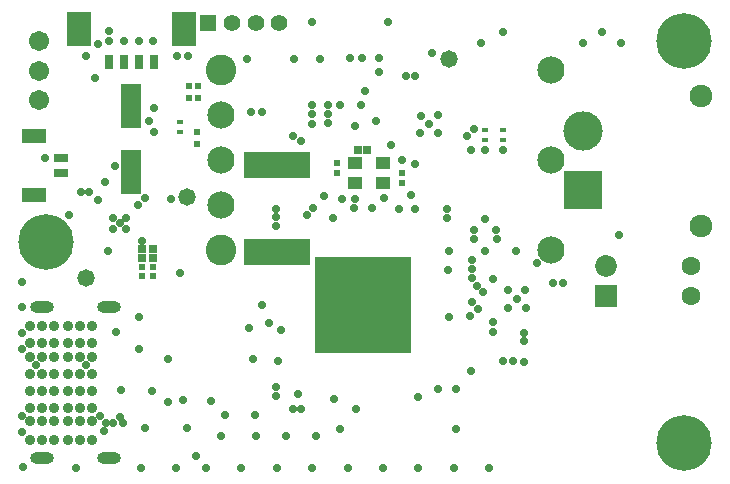
<source format=gbs>
G04*
G04 #@! TF.GenerationSoftware,Altium Limited,Altium Designer,24.1.2 (44)*
G04*
G04 Layer_Color=16711935*
%FSLAX44Y44*%
%MOMM*%
G71*
G04*
G04 #@! TF.SameCoordinates,564CEF90-820D-4554-998B-2DB19DA9D660*
G04*
G04*
G04 #@! TF.FilePolarity,Negative*
G04*
G01*
G75*
%ADD29R,0.5000X0.4000*%
%ADD33R,0.5200X0.5200*%
%ADD34R,0.5200X0.5200*%
%ADD44R,5.6000X2.3000*%
%ADD66R,0.5725X0.6153*%
%ADD75R,0.7032X0.7532*%
%ADD89R,0.6532X0.6532*%
%ADD90O,2.0032X1.0032*%
%ADD91C,0.9032*%
%ADD92R,1.3900X1.3900*%
%ADD93C,1.3900*%
%ADD94C,2.3032*%
%ADD95C,2.6032*%
%ADD96R,8.2032X8.2032*%
%ADD97C,1.7032*%
%ADD98R,1.8500X1.8500*%
%ADD99C,1.8500*%
%ADD100C,1.6000*%
%ADD101C,4.7032*%
%ADD102R,3.3270X3.3270*%
%ADD103C,3.3270*%
%ADD104C,1.9270*%
%ADD105C,0.7032*%
%ADD106C,1.4732*%
%ADD107C,0.5000*%
%ADD130R,2.1000X3.0000*%
%ADD131R,0.8000X1.3000*%
%ADD132R,1.3000X1.0500*%
%ADD133R,2.1500X1.3000*%
%ADD134R,1.2000X0.8000*%
%ADD135R,0.6000X0.5000*%
%ADD138R,1.8032X3.7032*%
D29*
X416000Y294750D02*
D03*
Y286750D02*
D03*
X431750Y294750D02*
D03*
Y286750D02*
D03*
X158250Y301500D02*
D03*
Y293500D02*
D03*
D33*
X173549Y331885D02*
D03*
X165549D02*
D03*
X173762Y322005D02*
D03*
X165762D02*
D03*
D34*
X126000Y179000D02*
D03*
Y171000D02*
D03*
X135000Y179000D02*
D03*
Y171000D02*
D03*
D44*
X240500Y191250D02*
D03*
Y265250D02*
D03*
D66*
X291500Y258714D02*
D03*
Y267286D02*
D03*
X346000Y258286D02*
D03*
Y249714D02*
D03*
D75*
X126000Y186500D02*
D03*
Y194000D02*
D03*
X135000Y186500D02*
D03*
Y194000D02*
D03*
D89*
X316500Y278250D02*
D03*
X308500D02*
D03*
D90*
X41250Y17000D02*
D03*
X98250D02*
D03*
X41250Y145000D02*
D03*
X98250D02*
D03*
D91*
X31250Y32750D02*
D03*
Y48250D02*
D03*
Y59250D02*
D03*
Y129250D02*
D03*
Y114750D02*
D03*
Y102750D02*
D03*
Y73750D02*
D03*
Y88250D02*
D03*
X41250Y32750D02*
D03*
Y48250D02*
D03*
Y59250D02*
D03*
Y129250D02*
D03*
Y114750D02*
D03*
Y102750D02*
D03*
Y73750D02*
D03*
Y88250D02*
D03*
X51250Y32750D02*
D03*
Y48250D02*
D03*
Y59250D02*
D03*
Y129250D02*
D03*
Y114750D02*
D03*
Y102750D02*
D03*
Y73750D02*
D03*
Y88250D02*
D03*
X63250Y32750D02*
D03*
Y48250D02*
D03*
Y59250D02*
D03*
Y129250D02*
D03*
Y114750D02*
D03*
Y102750D02*
D03*
Y73750D02*
D03*
Y88250D02*
D03*
X73250Y32750D02*
D03*
Y48250D02*
D03*
Y59250D02*
D03*
Y129250D02*
D03*
Y114750D02*
D03*
Y102750D02*
D03*
Y73750D02*
D03*
Y88250D02*
D03*
X83250Y32750D02*
D03*
Y48250D02*
D03*
Y59250D02*
D03*
Y129250D02*
D03*
Y114750D02*
D03*
Y102750D02*
D03*
Y73750D02*
D03*
Y88250D02*
D03*
D92*
X182276Y385616D02*
D03*
D93*
X202276D02*
D03*
X222276D02*
D03*
X242276D02*
D03*
D94*
X472700Y345440D02*
D03*
Y269240D02*
D03*
Y193040D02*
D03*
X193300Y269240D02*
D03*
Y307340D02*
D03*
Y231140D02*
D03*
D95*
Y193040D02*
D03*
Y345440D02*
D03*
D96*
X313000Y147000D02*
D03*
D97*
X39000Y345250D02*
D03*
Y370250D02*
D03*
Y320250D02*
D03*
D98*
X518700Y154750D02*
D03*
D99*
Y179750D02*
D03*
D100*
X590500D02*
D03*
Y154750D02*
D03*
D101*
X584500Y370000D02*
D03*
X44500Y200000D02*
D03*
X584500Y30000D02*
D03*
D102*
X499250Y244000D02*
D03*
D103*
Y294000D02*
D03*
D104*
X599250Y324000D02*
D03*
Y214000D02*
D03*
D105*
X215284Y355134D02*
D03*
X254732Y354893D02*
D03*
X295431Y236273D02*
D03*
X280162Y239278D02*
D03*
X239736Y228221D02*
D03*
X305986Y236695D02*
D03*
X94707Y250803D02*
D03*
X88625Y236000D02*
D03*
X103237Y264513D02*
D03*
X270000Y386500D02*
D03*
X227388Y310467D02*
D03*
X24241Y165932D02*
D03*
X24009Y144945D02*
D03*
X24400Y123155D02*
D03*
X24405Y109579D02*
D03*
X78253Y95833D02*
D03*
X36207Y96059D02*
D03*
X24411Y52578D02*
D03*
Y39041D02*
D03*
X221622Y53638D02*
D03*
X195854Y53378D02*
D03*
X184142Y65090D02*
D03*
X148353Y64830D02*
D03*
X134168Y73680D02*
D03*
X107880Y74461D02*
D03*
X273678Y35809D02*
D03*
X247910D02*
D03*
X222142Y35939D02*
D03*
X192991D02*
D03*
X163840Y42706D02*
D03*
X128134Y42975D02*
D03*
X420000Y8500D02*
D03*
X390000D02*
D03*
X360000D02*
D03*
X330000D02*
D03*
X300000D02*
D03*
X270000D02*
D03*
X240000D02*
D03*
X210000D02*
D03*
X180000D02*
D03*
X155000D02*
D03*
X125000D02*
D03*
X70000D02*
D03*
X25500Y10000D02*
D03*
X321031Y228686D02*
D03*
X323860Y302612D02*
D03*
X311138Y315921D02*
D03*
X293949D02*
D03*
X305995Y298191D02*
D03*
X337025Y282544D02*
D03*
X345989Y269239D02*
D03*
X334270Y386801D02*
D03*
X164821Y357250D02*
D03*
X155390D02*
D03*
X98200Y379082D02*
D03*
X88424Y367637D02*
D03*
X515250Y378000D02*
D03*
X412750Y368750D02*
D03*
X431750Y377750D02*
D03*
X74500Y242750D02*
D03*
X218000Y310500D02*
D03*
X241250Y99750D02*
D03*
X258250Y71250D02*
D03*
X270000Y316250D02*
D03*
Y308750D02*
D03*
Y300250D02*
D03*
X283750Y316000D02*
D03*
Y300500D02*
D03*
Y308750D02*
D03*
X277000Y355250D02*
D03*
X353500Y240000D02*
D03*
X243500Y125500D02*
D03*
X392000Y41750D02*
D03*
X293750D02*
D03*
X307250Y59000D02*
D03*
X391500Y75750D02*
D03*
X376250D02*
D03*
X405250Y184750D02*
D03*
Y177000D02*
D03*
Y169750D02*
D03*
X404000Y137750D02*
D03*
X440250Y99750D02*
D03*
X431250D02*
D03*
X95173Y46828D02*
D03*
X302500Y355500D02*
D03*
X253626Y58479D02*
D03*
X260250Y58500D02*
D03*
X239349Y69337D02*
D03*
X239245Y77347D02*
D03*
X220250Y101000D02*
D03*
X288250Y67000D02*
D03*
X94231Y39801D02*
D03*
X90084Y53161D02*
D03*
X109750Y46750D02*
D03*
X107250Y52250D02*
D03*
X101750Y47000D02*
D03*
X86250Y339000D02*
D03*
X78500Y358000D02*
D03*
X449250Y98500D02*
D03*
X349250Y340250D02*
D03*
X357250D02*
D03*
X254000Y290000D02*
D03*
X260250Y285750D02*
D03*
X239750Y214000D02*
D03*
X44000Y271000D02*
D03*
X136250Y313500D02*
D03*
X128750Y237250D02*
D03*
X150250Y236500D02*
D03*
X312250Y355750D02*
D03*
X326500Y356000D02*
D03*
X64500Y223000D02*
D03*
X122750Y231750D02*
D03*
X499250Y368500D02*
D03*
X97250Y192250D02*
D03*
X531750Y368500D02*
D03*
X423375Y168875D02*
D03*
X406750Y295750D02*
D03*
X400750Y290250D02*
D03*
X126000Y201250D02*
D03*
X474000Y165250D02*
D03*
X482500D02*
D03*
X449250Y122750D02*
D03*
X423250Y132250D02*
D03*
X415000Y157750D02*
D03*
X405750Y149250D02*
D03*
X443000Y192500D02*
D03*
X81250Y242750D02*
D03*
X136250Y293529D02*
D03*
X132000Y302500D02*
D03*
X171500Y19000D02*
D03*
X161000Y66250D02*
D03*
X330750Y237750D02*
D03*
X123500Y109250D02*
D03*
X529750Y205750D02*
D03*
X449250Y116000D02*
D03*
X409250Y163250D02*
D03*
X98250Y370000D02*
D03*
X135500D02*
D03*
X123250D02*
D03*
X110750D02*
D03*
X357250Y265750D02*
D03*
X371750Y359750D02*
D03*
X384250Y228250D02*
D03*
Y220500D02*
D03*
X423250Y123500D02*
D03*
X460250Y182000D02*
D03*
X435620Y159820D02*
D03*
X450620D02*
D03*
X443250Y152250D02*
D03*
X435620Y144570D02*
D03*
X450870D02*
D03*
X101500Y211500D02*
D03*
X112500D02*
D03*
Y220500D02*
D03*
X101500Y220750D02*
D03*
X357500Y228000D02*
D03*
X343500D02*
D03*
X431750Y277750D02*
D03*
X107000Y216000D02*
D03*
X385500Y176750D02*
D03*
X385750Y192250D02*
D03*
X148000Y101000D02*
D03*
X123500Y137000D02*
D03*
X216750Y127000D02*
D03*
X104250Y123500D02*
D03*
X233250Y131250D02*
D03*
X227250Y146500D02*
D03*
X158000Y174250D02*
D03*
X266000Y222750D02*
D03*
X271000Y229250D02*
D03*
X239736Y221111D02*
D03*
X287750Y220250D02*
D03*
X305500Y228750D02*
D03*
X314730Y327730D02*
D03*
X404500Y278000D02*
D03*
X416500Y192750D02*
D03*
X426250Y202250D02*
D03*
X407000D02*
D03*
X407500Y210500D02*
D03*
X425432Y210567D02*
D03*
X416500Y219500D02*
D03*
X416000Y278250D02*
D03*
X361500Y292480D02*
D03*
X376750D02*
D03*
X369250Y300000D02*
D03*
X361802Y307138D02*
D03*
X376750Y307480D02*
D03*
X326500Y343750D02*
D03*
X359500Y69250D02*
D03*
X404500Y91000D02*
D03*
X385750Y136500D02*
D03*
X410500Y143000D02*
D03*
D106*
X164109Y238546D02*
D03*
X385750Y355250D02*
D03*
X78250Y169750D02*
D03*
D107*
X278000Y182000D02*
D03*
X288000D02*
D03*
X298000D02*
D03*
X308000D02*
D03*
X318000D02*
D03*
X328000D02*
D03*
X338000D02*
D03*
X348000D02*
D03*
Y172000D02*
D03*
X338000D02*
D03*
X328000D02*
D03*
X318000D02*
D03*
X308000D02*
D03*
X298000D02*
D03*
X288000D02*
D03*
X278000D02*
D03*
Y162000D02*
D03*
X288000D02*
D03*
X298000D02*
D03*
X308000D02*
D03*
X318000D02*
D03*
X328000D02*
D03*
X338000D02*
D03*
X348000D02*
D03*
Y152000D02*
D03*
X338000D02*
D03*
X328000D02*
D03*
X318000D02*
D03*
X308000D02*
D03*
X298000D02*
D03*
X288000D02*
D03*
X278000D02*
D03*
Y142000D02*
D03*
X288000D02*
D03*
X298000D02*
D03*
X308000D02*
D03*
X318000D02*
D03*
X328000D02*
D03*
X338000D02*
D03*
X348000D02*
D03*
Y132000D02*
D03*
X338000D02*
D03*
X328000D02*
D03*
X318000D02*
D03*
X308000D02*
D03*
X298000D02*
D03*
X288000D02*
D03*
X278000D02*
D03*
Y122000D02*
D03*
X288000D02*
D03*
X298000D02*
D03*
X308000D02*
D03*
X318000D02*
D03*
X328000D02*
D03*
X338000D02*
D03*
X348000D02*
D03*
Y112000D02*
D03*
X338000D02*
D03*
X328000D02*
D03*
X318000D02*
D03*
X308000D02*
D03*
X298000D02*
D03*
X288000D02*
D03*
X278000D02*
D03*
D130*
X72750Y380250D02*
D03*
X161250D02*
D03*
D131*
X98250Y352750D02*
D03*
X110750D02*
D03*
X123250D02*
D03*
X135750D02*
D03*
D132*
X329750Y249750D02*
D03*
X306750D02*
D03*
Y267250D02*
D03*
X329750D02*
D03*
D133*
X34800Y239750D02*
D03*
Y290250D02*
D03*
D134*
X57750Y271250D02*
D03*
Y258750D02*
D03*
D135*
X172500Y293500D02*
D03*
Y283500D02*
D03*
D138*
X116500Y315000D02*
D03*
Y259000D02*
D03*
M02*

</source>
